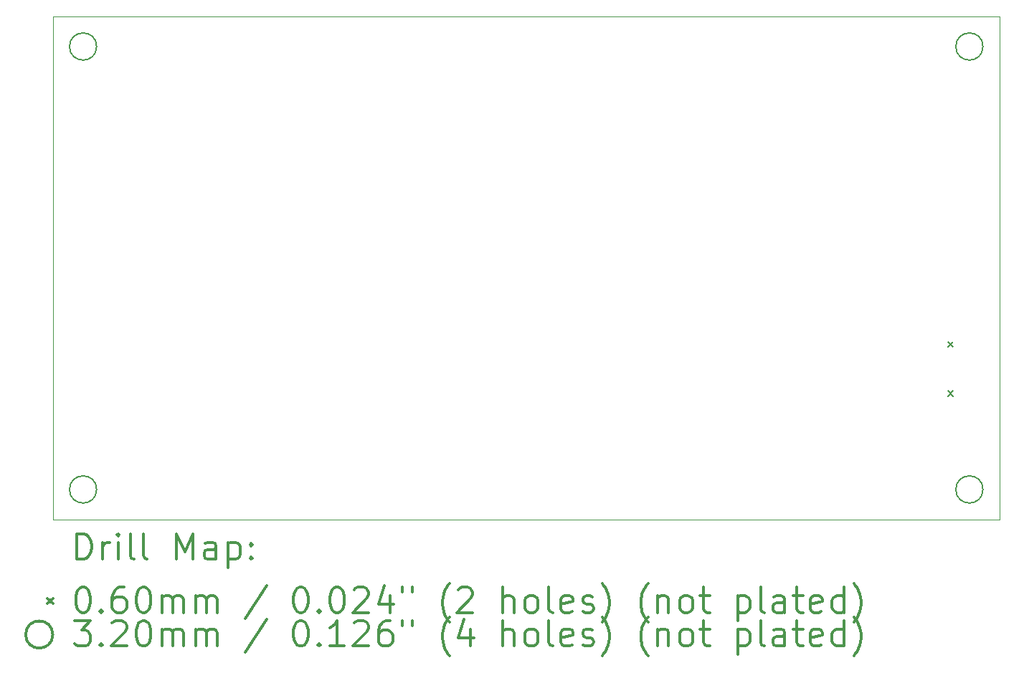
<source format=gbr>
%FSLAX45Y45*%
G04 Gerber Fmt 4.5, Leading zero omitted, Abs format (unit mm)*
G04 Created by KiCad (PCBNEW 5.1.5-br-unknown-alt1.rc1) date 2025-11-25 07:27:38*
%MOMM*%
%LPD*%
G01*
G04 APERTURE LIST*
%TA.AperFunction,Profile*%
%ADD10C,0.050000*%
%TD*%
%ADD11C,0.200000*%
%ADD12C,0.300000*%
G04 APERTURE END LIST*
D10*
X0Y-5943600D02*
X0Y0D01*
X11176000Y-5943600D02*
X0Y-5943600D01*
X11176000Y0D02*
X11176000Y-5943600D01*
X0Y0D02*
X11176000Y0D01*
D11*
X10569200Y-3846600D02*
X10629200Y-3906600D01*
X10629200Y-3846600D02*
X10569200Y-3906600D01*
X10569200Y-4424600D02*
X10629200Y-4484600D01*
X10629200Y-4424600D02*
X10569200Y-4484600D01*
X10980400Y-5588000D02*
G75*
G03*
X10980400Y-5588000I-160000J0D01*
G01*
X515600Y-5588000D02*
G75*
G03*
X515600Y-5588000I-160000J0D01*
G01*
X515600Y-355600D02*
G75*
G03*
X515600Y-355600I-160000J0D01*
G01*
X10980400Y-355600D02*
G75*
G03*
X10980400Y-355600I-160000J0D01*
G01*
D12*
X283928Y-6411814D02*
X283928Y-6111814D01*
X355357Y-6111814D01*
X398214Y-6126100D01*
X426786Y-6154671D01*
X441071Y-6183243D01*
X455357Y-6240386D01*
X455357Y-6283243D01*
X441071Y-6340386D01*
X426786Y-6368957D01*
X398214Y-6397529D01*
X355357Y-6411814D01*
X283928Y-6411814D01*
X583928Y-6411814D02*
X583928Y-6211814D01*
X583928Y-6268957D02*
X598214Y-6240386D01*
X612500Y-6226100D01*
X641071Y-6211814D01*
X669643Y-6211814D01*
X769643Y-6411814D02*
X769643Y-6211814D01*
X769643Y-6111814D02*
X755357Y-6126100D01*
X769643Y-6140386D01*
X783928Y-6126100D01*
X769643Y-6111814D01*
X769643Y-6140386D01*
X955357Y-6411814D02*
X926786Y-6397529D01*
X912500Y-6368957D01*
X912500Y-6111814D01*
X1112500Y-6411814D02*
X1083928Y-6397529D01*
X1069643Y-6368957D01*
X1069643Y-6111814D01*
X1455357Y-6411814D02*
X1455357Y-6111814D01*
X1555357Y-6326100D01*
X1655357Y-6111814D01*
X1655357Y-6411814D01*
X1926786Y-6411814D02*
X1926786Y-6254671D01*
X1912500Y-6226100D01*
X1883928Y-6211814D01*
X1826786Y-6211814D01*
X1798214Y-6226100D01*
X1926786Y-6397529D02*
X1898214Y-6411814D01*
X1826786Y-6411814D01*
X1798214Y-6397529D01*
X1783928Y-6368957D01*
X1783928Y-6340386D01*
X1798214Y-6311814D01*
X1826786Y-6297529D01*
X1898214Y-6297529D01*
X1926786Y-6283243D01*
X2069643Y-6211814D02*
X2069643Y-6511814D01*
X2069643Y-6226100D02*
X2098214Y-6211814D01*
X2155357Y-6211814D01*
X2183928Y-6226100D01*
X2198214Y-6240386D01*
X2212500Y-6268957D01*
X2212500Y-6354671D01*
X2198214Y-6383243D01*
X2183928Y-6397529D01*
X2155357Y-6411814D01*
X2098214Y-6411814D01*
X2069643Y-6397529D01*
X2341071Y-6383243D02*
X2355357Y-6397529D01*
X2341071Y-6411814D01*
X2326786Y-6397529D01*
X2341071Y-6383243D01*
X2341071Y-6411814D01*
X2341071Y-6226100D02*
X2355357Y-6240386D01*
X2341071Y-6254671D01*
X2326786Y-6240386D01*
X2341071Y-6226100D01*
X2341071Y-6254671D01*
X-62500Y-6876100D02*
X-2500Y-6936100D01*
X-2500Y-6876100D02*
X-62500Y-6936100D01*
X341071Y-6741814D02*
X369643Y-6741814D01*
X398214Y-6756100D01*
X412500Y-6770386D01*
X426786Y-6798957D01*
X441071Y-6856100D01*
X441071Y-6927529D01*
X426786Y-6984671D01*
X412500Y-7013243D01*
X398214Y-7027529D01*
X369643Y-7041814D01*
X341071Y-7041814D01*
X312500Y-7027529D01*
X298214Y-7013243D01*
X283928Y-6984671D01*
X269643Y-6927529D01*
X269643Y-6856100D01*
X283928Y-6798957D01*
X298214Y-6770386D01*
X312500Y-6756100D01*
X341071Y-6741814D01*
X569643Y-7013243D02*
X583928Y-7027529D01*
X569643Y-7041814D01*
X555357Y-7027529D01*
X569643Y-7013243D01*
X569643Y-7041814D01*
X841071Y-6741814D02*
X783928Y-6741814D01*
X755357Y-6756100D01*
X741071Y-6770386D01*
X712500Y-6813243D01*
X698214Y-6870386D01*
X698214Y-6984671D01*
X712500Y-7013243D01*
X726786Y-7027529D01*
X755357Y-7041814D01*
X812500Y-7041814D01*
X841071Y-7027529D01*
X855357Y-7013243D01*
X869643Y-6984671D01*
X869643Y-6913243D01*
X855357Y-6884671D01*
X841071Y-6870386D01*
X812500Y-6856100D01*
X755357Y-6856100D01*
X726786Y-6870386D01*
X712500Y-6884671D01*
X698214Y-6913243D01*
X1055357Y-6741814D02*
X1083928Y-6741814D01*
X1112500Y-6756100D01*
X1126786Y-6770386D01*
X1141071Y-6798957D01*
X1155357Y-6856100D01*
X1155357Y-6927529D01*
X1141071Y-6984671D01*
X1126786Y-7013243D01*
X1112500Y-7027529D01*
X1083928Y-7041814D01*
X1055357Y-7041814D01*
X1026786Y-7027529D01*
X1012500Y-7013243D01*
X998214Y-6984671D01*
X983928Y-6927529D01*
X983928Y-6856100D01*
X998214Y-6798957D01*
X1012500Y-6770386D01*
X1026786Y-6756100D01*
X1055357Y-6741814D01*
X1283928Y-7041814D02*
X1283928Y-6841814D01*
X1283928Y-6870386D02*
X1298214Y-6856100D01*
X1326786Y-6841814D01*
X1369643Y-6841814D01*
X1398214Y-6856100D01*
X1412500Y-6884671D01*
X1412500Y-7041814D01*
X1412500Y-6884671D02*
X1426786Y-6856100D01*
X1455357Y-6841814D01*
X1498214Y-6841814D01*
X1526786Y-6856100D01*
X1541071Y-6884671D01*
X1541071Y-7041814D01*
X1683928Y-7041814D02*
X1683928Y-6841814D01*
X1683928Y-6870386D02*
X1698214Y-6856100D01*
X1726786Y-6841814D01*
X1769643Y-6841814D01*
X1798214Y-6856100D01*
X1812500Y-6884671D01*
X1812500Y-7041814D01*
X1812500Y-6884671D02*
X1826786Y-6856100D01*
X1855357Y-6841814D01*
X1898214Y-6841814D01*
X1926786Y-6856100D01*
X1941071Y-6884671D01*
X1941071Y-7041814D01*
X2526786Y-6727529D02*
X2269643Y-7113243D01*
X2912500Y-6741814D02*
X2941071Y-6741814D01*
X2969643Y-6756100D01*
X2983928Y-6770386D01*
X2998214Y-6798957D01*
X3012500Y-6856100D01*
X3012500Y-6927529D01*
X2998214Y-6984671D01*
X2983928Y-7013243D01*
X2969643Y-7027529D01*
X2941071Y-7041814D01*
X2912500Y-7041814D01*
X2883928Y-7027529D01*
X2869643Y-7013243D01*
X2855357Y-6984671D01*
X2841071Y-6927529D01*
X2841071Y-6856100D01*
X2855357Y-6798957D01*
X2869643Y-6770386D01*
X2883928Y-6756100D01*
X2912500Y-6741814D01*
X3141071Y-7013243D02*
X3155357Y-7027529D01*
X3141071Y-7041814D01*
X3126786Y-7027529D01*
X3141071Y-7013243D01*
X3141071Y-7041814D01*
X3341071Y-6741814D02*
X3369643Y-6741814D01*
X3398214Y-6756100D01*
X3412500Y-6770386D01*
X3426786Y-6798957D01*
X3441071Y-6856100D01*
X3441071Y-6927529D01*
X3426786Y-6984671D01*
X3412500Y-7013243D01*
X3398214Y-7027529D01*
X3369643Y-7041814D01*
X3341071Y-7041814D01*
X3312500Y-7027529D01*
X3298214Y-7013243D01*
X3283928Y-6984671D01*
X3269643Y-6927529D01*
X3269643Y-6856100D01*
X3283928Y-6798957D01*
X3298214Y-6770386D01*
X3312500Y-6756100D01*
X3341071Y-6741814D01*
X3555357Y-6770386D02*
X3569643Y-6756100D01*
X3598214Y-6741814D01*
X3669643Y-6741814D01*
X3698214Y-6756100D01*
X3712500Y-6770386D01*
X3726786Y-6798957D01*
X3726786Y-6827529D01*
X3712500Y-6870386D01*
X3541071Y-7041814D01*
X3726786Y-7041814D01*
X3983928Y-6841814D02*
X3983928Y-7041814D01*
X3912500Y-6727529D02*
X3841071Y-6941814D01*
X4026786Y-6941814D01*
X4126786Y-6741814D02*
X4126786Y-6798957D01*
X4241071Y-6741814D02*
X4241071Y-6798957D01*
X4683928Y-7156100D02*
X4669643Y-7141814D01*
X4641071Y-7098957D01*
X4626786Y-7070386D01*
X4612500Y-7027529D01*
X4598214Y-6956100D01*
X4598214Y-6898957D01*
X4612500Y-6827529D01*
X4626786Y-6784671D01*
X4641071Y-6756100D01*
X4669643Y-6713243D01*
X4683928Y-6698957D01*
X4783928Y-6770386D02*
X4798214Y-6756100D01*
X4826786Y-6741814D01*
X4898214Y-6741814D01*
X4926786Y-6756100D01*
X4941071Y-6770386D01*
X4955357Y-6798957D01*
X4955357Y-6827529D01*
X4941071Y-6870386D01*
X4769643Y-7041814D01*
X4955357Y-7041814D01*
X5312500Y-7041814D02*
X5312500Y-6741814D01*
X5441071Y-7041814D02*
X5441071Y-6884671D01*
X5426786Y-6856100D01*
X5398214Y-6841814D01*
X5355357Y-6841814D01*
X5326786Y-6856100D01*
X5312500Y-6870386D01*
X5626786Y-7041814D02*
X5598214Y-7027529D01*
X5583928Y-7013243D01*
X5569643Y-6984671D01*
X5569643Y-6898957D01*
X5583928Y-6870386D01*
X5598214Y-6856100D01*
X5626786Y-6841814D01*
X5669643Y-6841814D01*
X5698214Y-6856100D01*
X5712500Y-6870386D01*
X5726786Y-6898957D01*
X5726786Y-6984671D01*
X5712500Y-7013243D01*
X5698214Y-7027529D01*
X5669643Y-7041814D01*
X5626786Y-7041814D01*
X5898214Y-7041814D02*
X5869643Y-7027529D01*
X5855357Y-6998957D01*
X5855357Y-6741814D01*
X6126786Y-7027529D02*
X6098214Y-7041814D01*
X6041071Y-7041814D01*
X6012500Y-7027529D01*
X5998214Y-6998957D01*
X5998214Y-6884671D01*
X6012500Y-6856100D01*
X6041071Y-6841814D01*
X6098214Y-6841814D01*
X6126786Y-6856100D01*
X6141071Y-6884671D01*
X6141071Y-6913243D01*
X5998214Y-6941814D01*
X6255357Y-7027529D02*
X6283928Y-7041814D01*
X6341071Y-7041814D01*
X6369643Y-7027529D01*
X6383928Y-6998957D01*
X6383928Y-6984671D01*
X6369643Y-6956100D01*
X6341071Y-6941814D01*
X6298214Y-6941814D01*
X6269643Y-6927529D01*
X6255357Y-6898957D01*
X6255357Y-6884671D01*
X6269643Y-6856100D01*
X6298214Y-6841814D01*
X6341071Y-6841814D01*
X6369643Y-6856100D01*
X6483928Y-7156100D02*
X6498214Y-7141814D01*
X6526786Y-7098957D01*
X6541071Y-7070386D01*
X6555357Y-7027529D01*
X6569643Y-6956100D01*
X6569643Y-6898957D01*
X6555357Y-6827529D01*
X6541071Y-6784671D01*
X6526786Y-6756100D01*
X6498214Y-6713243D01*
X6483928Y-6698957D01*
X7026786Y-7156100D02*
X7012500Y-7141814D01*
X6983928Y-7098957D01*
X6969643Y-7070386D01*
X6955357Y-7027529D01*
X6941071Y-6956100D01*
X6941071Y-6898957D01*
X6955357Y-6827529D01*
X6969643Y-6784671D01*
X6983928Y-6756100D01*
X7012500Y-6713243D01*
X7026786Y-6698957D01*
X7141071Y-6841814D02*
X7141071Y-7041814D01*
X7141071Y-6870386D02*
X7155357Y-6856100D01*
X7183928Y-6841814D01*
X7226786Y-6841814D01*
X7255357Y-6856100D01*
X7269643Y-6884671D01*
X7269643Y-7041814D01*
X7455357Y-7041814D02*
X7426786Y-7027529D01*
X7412500Y-7013243D01*
X7398214Y-6984671D01*
X7398214Y-6898957D01*
X7412500Y-6870386D01*
X7426786Y-6856100D01*
X7455357Y-6841814D01*
X7498214Y-6841814D01*
X7526786Y-6856100D01*
X7541071Y-6870386D01*
X7555357Y-6898957D01*
X7555357Y-6984671D01*
X7541071Y-7013243D01*
X7526786Y-7027529D01*
X7498214Y-7041814D01*
X7455357Y-7041814D01*
X7641071Y-6841814D02*
X7755357Y-6841814D01*
X7683928Y-6741814D02*
X7683928Y-6998957D01*
X7698214Y-7027529D01*
X7726786Y-7041814D01*
X7755357Y-7041814D01*
X8083928Y-6841814D02*
X8083928Y-7141814D01*
X8083928Y-6856100D02*
X8112500Y-6841814D01*
X8169643Y-6841814D01*
X8198214Y-6856100D01*
X8212500Y-6870386D01*
X8226786Y-6898957D01*
X8226786Y-6984671D01*
X8212500Y-7013243D01*
X8198214Y-7027529D01*
X8169643Y-7041814D01*
X8112500Y-7041814D01*
X8083928Y-7027529D01*
X8398214Y-7041814D02*
X8369643Y-7027529D01*
X8355357Y-6998957D01*
X8355357Y-6741814D01*
X8641071Y-7041814D02*
X8641071Y-6884671D01*
X8626786Y-6856100D01*
X8598214Y-6841814D01*
X8541071Y-6841814D01*
X8512500Y-6856100D01*
X8641071Y-7027529D02*
X8612500Y-7041814D01*
X8541071Y-7041814D01*
X8512500Y-7027529D01*
X8498214Y-6998957D01*
X8498214Y-6970386D01*
X8512500Y-6941814D01*
X8541071Y-6927529D01*
X8612500Y-6927529D01*
X8641071Y-6913243D01*
X8741071Y-6841814D02*
X8855357Y-6841814D01*
X8783928Y-6741814D02*
X8783928Y-6998957D01*
X8798214Y-7027529D01*
X8826786Y-7041814D01*
X8855357Y-7041814D01*
X9069643Y-7027529D02*
X9041071Y-7041814D01*
X8983928Y-7041814D01*
X8955357Y-7027529D01*
X8941071Y-6998957D01*
X8941071Y-6884671D01*
X8955357Y-6856100D01*
X8983928Y-6841814D01*
X9041071Y-6841814D01*
X9069643Y-6856100D01*
X9083928Y-6884671D01*
X9083928Y-6913243D01*
X8941071Y-6941814D01*
X9341071Y-7041814D02*
X9341071Y-6741814D01*
X9341071Y-7027529D02*
X9312500Y-7041814D01*
X9255357Y-7041814D01*
X9226786Y-7027529D01*
X9212500Y-7013243D01*
X9198214Y-6984671D01*
X9198214Y-6898957D01*
X9212500Y-6870386D01*
X9226786Y-6856100D01*
X9255357Y-6841814D01*
X9312500Y-6841814D01*
X9341071Y-6856100D01*
X9455357Y-7156100D02*
X9469643Y-7141814D01*
X9498214Y-7098957D01*
X9512500Y-7070386D01*
X9526786Y-7027529D01*
X9541071Y-6956100D01*
X9541071Y-6898957D01*
X9526786Y-6827529D01*
X9512500Y-6784671D01*
X9498214Y-6756100D01*
X9469643Y-6713243D01*
X9455357Y-6698957D01*
X-2500Y-7302100D02*
G75*
G03*
X-2500Y-7302100I-160000J0D01*
G01*
X255357Y-7137814D02*
X441071Y-7137814D01*
X341071Y-7252100D01*
X383928Y-7252100D01*
X412500Y-7266386D01*
X426786Y-7280671D01*
X441071Y-7309243D01*
X441071Y-7380671D01*
X426786Y-7409243D01*
X412500Y-7423529D01*
X383928Y-7437814D01*
X298214Y-7437814D01*
X269643Y-7423529D01*
X255357Y-7409243D01*
X569643Y-7409243D02*
X583928Y-7423529D01*
X569643Y-7437814D01*
X555357Y-7423529D01*
X569643Y-7409243D01*
X569643Y-7437814D01*
X698214Y-7166386D02*
X712500Y-7152100D01*
X741071Y-7137814D01*
X812500Y-7137814D01*
X841071Y-7152100D01*
X855357Y-7166386D01*
X869643Y-7194957D01*
X869643Y-7223529D01*
X855357Y-7266386D01*
X683928Y-7437814D01*
X869643Y-7437814D01*
X1055357Y-7137814D02*
X1083928Y-7137814D01*
X1112500Y-7152100D01*
X1126786Y-7166386D01*
X1141071Y-7194957D01*
X1155357Y-7252100D01*
X1155357Y-7323529D01*
X1141071Y-7380671D01*
X1126786Y-7409243D01*
X1112500Y-7423529D01*
X1083928Y-7437814D01*
X1055357Y-7437814D01*
X1026786Y-7423529D01*
X1012500Y-7409243D01*
X998214Y-7380671D01*
X983928Y-7323529D01*
X983928Y-7252100D01*
X998214Y-7194957D01*
X1012500Y-7166386D01*
X1026786Y-7152100D01*
X1055357Y-7137814D01*
X1283928Y-7437814D02*
X1283928Y-7237814D01*
X1283928Y-7266386D02*
X1298214Y-7252100D01*
X1326786Y-7237814D01*
X1369643Y-7237814D01*
X1398214Y-7252100D01*
X1412500Y-7280671D01*
X1412500Y-7437814D01*
X1412500Y-7280671D02*
X1426786Y-7252100D01*
X1455357Y-7237814D01*
X1498214Y-7237814D01*
X1526786Y-7252100D01*
X1541071Y-7280671D01*
X1541071Y-7437814D01*
X1683928Y-7437814D02*
X1683928Y-7237814D01*
X1683928Y-7266386D02*
X1698214Y-7252100D01*
X1726786Y-7237814D01*
X1769643Y-7237814D01*
X1798214Y-7252100D01*
X1812500Y-7280671D01*
X1812500Y-7437814D01*
X1812500Y-7280671D02*
X1826786Y-7252100D01*
X1855357Y-7237814D01*
X1898214Y-7237814D01*
X1926786Y-7252100D01*
X1941071Y-7280671D01*
X1941071Y-7437814D01*
X2526786Y-7123529D02*
X2269643Y-7509243D01*
X2912500Y-7137814D02*
X2941071Y-7137814D01*
X2969643Y-7152100D01*
X2983928Y-7166386D01*
X2998214Y-7194957D01*
X3012500Y-7252100D01*
X3012500Y-7323529D01*
X2998214Y-7380671D01*
X2983928Y-7409243D01*
X2969643Y-7423529D01*
X2941071Y-7437814D01*
X2912500Y-7437814D01*
X2883928Y-7423529D01*
X2869643Y-7409243D01*
X2855357Y-7380671D01*
X2841071Y-7323529D01*
X2841071Y-7252100D01*
X2855357Y-7194957D01*
X2869643Y-7166386D01*
X2883928Y-7152100D01*
X2912500Y-7137814D01*
X3141071Y-7409243D02*
X3155357Y-7423529D01*
X3141071Y-7437814D01*
X3126786Y-7423529D01*
X3141071Y-7409243D01*
X3141071Y-7437814D01*
X3441071Y-7437814D02*
X3269643Y-7437814D01*
X3355357Y-7437814D02*
X3355357Y-7137814D01*
X3326786Y-7180671D01*
X3298214Y-7209243D01*
X3269643Y-7223529D01*
X3555357Y-7166386D02*
X3569643Y-7152100D01*
X3598214Y-7137814D01*
X3669643Y-7137814D01*
X3698214Y-7152100D01*
X3712500Y-7166386D01*
X3726786Y-7194957D01*
X3726786Y-7223529D01*
X3712500Y-7266386D01*
X3541071Y-7437814D01*
X3726786Y-7437814D01*
X3983928Y-7137814D02*
X3926786Y-7137814D01*
X3898214Y-7152100D01*
X3883928Y-7166386D01*
X3855357Y-7209243D01*
X3841071Y-7266386D01*
X3841071Y-7380671D01*
X3855357Y-7409243D01*
X3869643Y-7423529D01*
X3898214Y-7437814D01*
X3955357Y-7437814D01*
X3983928Y-7423529D01*
X3998214Y-7409243D01*
X4012500Y-7380671D01*
X4012500Y-7309243D01*
X3998214Y-7280671D01*
X3983928Y-7266386D01*
X3955357Y-7252100D01*
X3898214Y-7252100D01*
X3869643Y-7266386D01*
X3855357Y-7280671D01*
X3841071Y-7309243D01*
X4126786Y-7137814D02*
X4126786Y-7194957D01*
X4241071Y-7137814D02*
X4241071Y-7194957D01*
X4683928Y-7552100D02*
X4669643Y-7537814D01*
X4641071Y-7494957D01*
X4626786Y-7466386D01*
X4612500Y-7423529D01*
X4598214Y-7352100D01*
X4598214Y-7294957D01*
X4612500Y-7223529D01*
X4626786Y-7180671D01*
X4641071Y-7152100D01*
X4669643Y-7109243D01*
X4683928Y-7094957D01*
X4926786Y-7237814D02*
X4926786Y-7437814D01*
X4855357Y-7123529D02*
X4783928Y-7337814D01*
X4969643Y-7337814D01*
X5312500Y-7437814D02*
X5312500Y-7137814D01*
X5441071Y-7437814D02*
X5441071Y-7280671D01*
X5426786Y-7252100D01*
X5398214Y-7237814D01*
X5355357Y-7237814D01*
X5326786Y-7252100D01*
X5312500Y-7266386D01*
X5626786Y-7437814D02*
X5598214Y-7423529D01*
X5583928Y-7409243D01*
X5569643Y-7380671D01*
X5569643Y-7294957D01*
X5583928Y-7266386D01*
X5598214Y-7252100D01*
X5626786Y-7237814D01*
X5669643Y-7237814D01*
X5698214Y-7252100D01*
X5712500Y-7266386D01*
X5726786Y-7294957D01*
X5726786Y-7380671D01*
X5712500Y-7409243D01*
X5698214Y-7423529D01*
X5669643Y-7437814D01*
X5626786Y-7437814D01*
X5898214Y-7437814D02*
X5869643Y-7423529D01*
X5855357Y-7394957D01*
X5855357Y-7137814D01*
X6126786Y-7423529D02*
X6098214Y-7437814D01*
X6041071Y-7437814D01*
X6012500Y-7423529D01*
X5998214Y-7394957D01*
X5998214Y-7280671D01*
X6012500Y-7252100D01*
X6041071Y-7237814D01*
X6098214Y-7237814D01*
X6126786Y-7252100D01*
X6141071Y-7280671D01*
X6141071Y-7309243D01*
X5998214Y-7337814D01*
X6255357Y-7423529D02*
X6283928Y-7437814D01*
X6341071Y-7437814D01*
X6369643Y-7423529D01*
X6383928Y-7394957D01*
X6383928Y-7380671D01*
X6369643Y-7352100D01*
X6341071Y-7337814D01*
X6298214Y-7337814D01*
X6269643Y-7323529D01*
X6255357Y-7294957D01*
X6255357Y-7280671D01*
X6269643Y-7252100D01*
X6298214Y-7237814D01*
X6341071Y-7237814D01*
X6369643Y-7252100D01*
X6483928Y-7552100D02*
X6498214Y-7537814D01*
X6526786Y-7494957D01*
X6541071Y-7466386D01*
X6555357Y-7423529D01*
X6569643Y-7352100D01*
X6569643Y-7294957D01*
X6555357Y-7223529D01*
X6541071Y-7180671D01*
X6526786Y-7152100D01*
X6498214Y-7109243D01*
X6483928Y-7094957D01*
X7026786Y-7552100D02*
X7012500Y-7537814D01*
X6983928Y-7494957D01*
X6969643Y-7466386D01*
X6955357Y-7423529D01*
X6941071Y-7352100D01*
X6941071Y-7294957D01*
X6955357Y-7223529D01*
X6969643Y-7180671D01*
X6983928Y-7152100D01*
X7012500Y-7109243D01*
X7026786Y-7094957D01*
X7141071Y-7237814D02*
X7141071Y-7437814D01*
X7141071Y-7266386D02*
X7155357Y-7252100D01*
X7183928Y-7237814D01*
X7226786Y-7237814D01*
X7255357Y-7252100D01*
X7269643Y-7280671D01*
X7269643Y-7437814D01*
X7455357Y-7437814D02*
X7426786Y-7423529D01*
X7412500Y-7409243D01*
X7398214Y-7380671D01*
X7398214Y-7294957D01*
X7412500Y-7266386D01*
X7426786Y-7252100D01*
X7455357Y-7237814D01*
X7498214Y-7237814D01*
X7526786Y-7252100D01*
X7541071Y-7266386D01*
X7555357Y-7294957D01*
X7555357Y-7380671D01*
X7541071Y-7409243D01*
X7526786Y-7423529D01*
X7498214Y-7437814D01*
X7455357Y-7437814D01*
X7641071Y-7237814D02*
X7755357Y-7237814D01*
X7683928Y-7137814D02*
X7683928Y-7394957D01*
X7698214Y-7423529D01*
X7726786Y-7437814D01*
X7755357Y-7437814D01*
X8083928Y-7237814D02*
X8083928Y-7537814D01*
X8083928Y-7252100D02*
X8112500Y-7237814D01*
X8169643Y-7237814D01*
X8198214Y-7252100D01*
X8212500Y-7266386D01*
X8226786Y-7294957D01*
X8226786Y-7380671D01*
X8212500Y-7409243D01*
X8198214Y-7423529D01*
X8169643Y-7437814D01*
X8112500Y-7437814D01*
X8083928Y-7423529D01*
X8398214Y-7437814D02*
X8369643Y-7423529D01*
X8355357Y-7394957D01*
X8355357Y-7137814D01*
X8641071Y-7437814D02*
X8641071Y-7280671D01*
X8626786Y-7252100D01*
X8598214Y-7237814D01*
X8541071Y-7237814D01*
X8512500Y-7252100D01*
X8641071Y-7423529D02*
X8612500Y-7437814D01*
X8541071Y-7437814D01*
X8512500Y-7423529D01*
X8498214Y-7394957D01*
X8498214Y-7366386D01*
X8512500Y-7337814D01*
X8541071Y-7323529D01*
X8612500Y-7323529D01*
X8641071Y-7309243D01*
X8741071Y-7237814D02*
X8855357Y-7237814D01*
X8783928Y-7137814D02*
X8783928Y-7394957D01*
X8798214Y-7423529D01*
X8826786Y-7437814D01*
X8855357Y-7437814D01*
X9069643Y-7423529D02*
X9041071Y-7437814D01*
X8983928Y-7437814D01*
X8955357Y-7423529D01*
X8941071Y-7394957D01*
X8941071Y-7280671D01*
X8955357Y-7252100D01*
X8983928Y-7237814D01*
X9041071Y-7237814D01*
X9069643Y-7252100D01*
X9083928Y-7280671D01*
X9083928Y-7309243D01*
X8941071Y-7337814D01*
X9341071Y-7437814D02*
X9341071Y-7137814D01*
X9341071Y-7423529D02*
X9312500Y-7437814D01*
X9255357Y-7437814D01*
X9226786Y-7423529D01*
X9212500Y-7409243D01*
X9198214Y-7380671D01*
X9198214Y-7294957D01*
X9212500Y-7266386D01*
X9226786Y-7252100D01*
X9255357Y-7237814D01*
X9312500Y-7237814D01*
X9341071Y-7252100D01*
X9455357Y-7552100D02*
X9469643Y-7537814D01*
X9498214Y-7494957D01*
X9512500Y-7466386D01*
X9526786Y-7423529D01*
X9541071Y-7352100D01*
X9541071Y-7294957D01*
X9526786Y-7223529D01*
X9512500Y-7180671D01*
X9498214Y-7152100D01*
X9469643Y-7109243D01*
X9455357Y-7094957D01*
M02*

</source>
